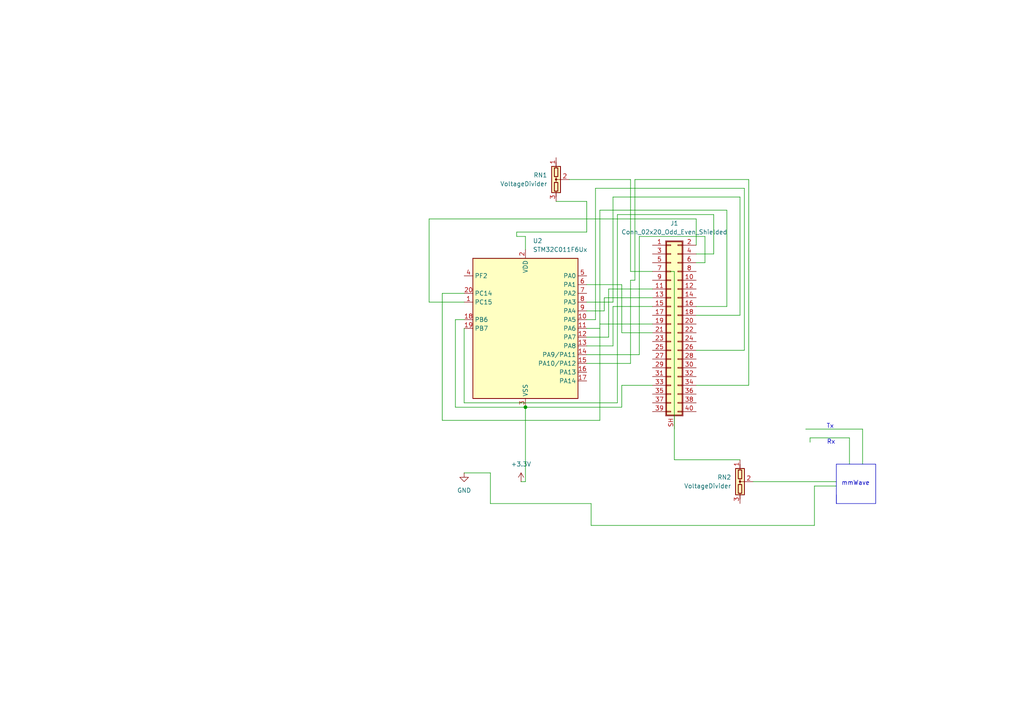
<source format=kicad_sch>
(kicad_sch (version 20250114) (generator "eeschema") (generator_version "9.0")
  (paper "A4")
  (lib_symbols
    (symbol "Connector_Generic_Shielded:Conn_02x20_Odd_Even_Shielded" (pin_names (offset 1.016) (hide yes))
      (property "Reference" "J" (at 1.524 25.146 0))
      (property "Value" "Conn_02x20_Odd_Even_Shielded" (at 2.286 -27.686 0))
      (symbol "Conn_02x20_Odd_Even_Shielded_1_1"
        (rectangle (start -1.27 24.13) (end 3.81 -26.67) (stroke (width 0.1524)))
        (rectangle (start -1.016 23.876) (end 3.556 -26.416) (stroke (width 0.254)) (fill (type background)))
        (rectangle (start -1.016 22.987) (end 0.254 22.733) (stroke (width 0.1524)))
        (rectangle (start -1.016 20.447) (end 0.254 20.193) (stroke (width 0.1524)))
        (rectangle (start -1.016 17.907) (end 0.254 17.653) (stroke (width 0.1524)))
        (rectangle (start -1.016 15.367) (end 0.254 15.113) (stroke (width 0.1524)))
        (rectangle (start -1.016 12.827) (end 0.254 12.573) (stroke (width 0.1524)))
        (rectangle (start -1.016 10.287) (end 0.254 10.033) (stroke (width 0.1524)))
        (rectangle (start -1.016 7.747) (end 0.254 7.493) (stroke (width 0.1524)))
        (rectangle (start -1.016 5.207) (end 0.254 4.953) (stroke (width 0.1524)))
        (rectangle (start -1.016 2.667) (end 0.254 2.413) (stroke (width 0.1524)))
        (rectangle (start -1.016 0.127) (end 0.254 -0.127) (stroke (width 0.1524)))
        (rectangle (start -1.016 -2.413) (end 0.254 -2.667) (stroke (width 0.1524)))
        (rectangle (start -1.016 -4.953) (end 0.254 -5.207) (stroke (width 0.1524)))
        (rectangle (start -1.016 -7.493) (end 0.254 -7.747) (stroke (width 0.1524)))
        (rectangle (start -1.016 -10.033) (end 0.254 -10.287) (stroke (width 0.1524)))
        (rectangle (start -1.016 -12.573) (end 0.254 -12.827) (stroke (width 0.1524)))
        (rectangle (start -1.016 -15.113) (end 0.254 -15.367) (stroke (width 0.1524)))
        (rectangle (start -1.016 -17.653) (end 0.254 -17.907) (stroke (width 0.1524)))
        (rectangle (start -1.016 -20.193) (end 0.254 -20.447) (stroke (width 0.1524)))
        (rectangle (start -1.016 -22.733) (end 0.254 -22.987) (stroke (width 0.1524)))
        (rectangle (start -1.016 -25.273) (end 0.254 -25.527) (stroke (width 0.1524)))
        (rectangle (start 3.556 22.987) (end 2.286 22.733) (stroke (width 0.1524)))
        (rectangle (start 3.556 20.447) (end 2.286 20.193) (stroke (width 0.1524)))
        (rectangle (start 3.556 17.907) (end 2.286 17.653) (stroke (width 0.1524)))
        (rectangle (start 3.556 15.367) (end 2.286 15.113) (stroke (width 0.1524)))
        (rectangle (start 3.556 12.827) (end 2.286 12.573) (stroke (width 0.1524)))
        (rectangle (start 3.556 10.287) (end 2.286 10.033) (stroke (width 0.1524)))
        (rectangle (start 3.556 7.747) (end 2.286 7.493) (stroke (width 0.1524)))
        (rectangle (start 3.556 5.207) (end 2.286 4.953) (stroke (width 0.1524)))
        (rectangle (start 3.556 2.667) (end 2.286 2.413) (stroke (width 0.1524)))
        (rectangle (start 3.556 0.127) (end 2.286 -0.127) (stroke (width 0.1524)))
        (rectangle (start 3.556 -2.413) (end 2.286 -2.667) (stroke (width 0.1524)))
        (rectangle (start 3.556 -4.953) (end 2.286 -5.207) (stroke (width 0.1524)))
        (rectangle (start 3.556 -7.493) (end 2.286 -7.747) (stroke (width 0.1524)))
        (rectangle (start 3.556 -10.033) (end 2.286 -10.287) (stroke (width 0.1524)))
        (rectangle (start 3.556 -12.573) (end 2.286 -12.827) (stroke (width 0.1524)))
        (rectangle (start 3.556 -15.113) (end 2.286 -15.367) (stroke (width 0.1524)))
        (rectangle (start 3.556 -17.653) (end 2.286 -17.907) (stroke (width 0.1524)))
        (rectangle (start 3.556 -20.193) (end 2.286 -20.447) (stroke (width 0.1524)))
        (rectangle (start 3.556 -22.733) (end 2.286 -22.987) (stroke (width 0.1524)))
        (rectangle (start 3.556 -25.273) (end 2.286 -25.527) (stroke (width 0.1524)))
        (pin passive line (at -5.08 22.86 0) (length 4.064) (name "Pin_1") (number "1"))
        (pin passive line (at -5.08 20.32 0) (length 4.064) (name "Pin_3") (number "3"))
        (pin passive line (at -5.08 17.78 0) (length 4.064) (name "Pin_5") (number "5"))
        (pin passive line (at -5.08 15.24 0) (length 4.064) (name "Pin_7") (number "7"))
        (pin passive line (at -5.08 12.7 0) (length 4.064) (name "Pin_9") (number "9"))
        (pin passive line (at -5.08 10.16 0) (length 4.064) (name "Pin_11") (number "11"))
        (pin passive line (at -5.08 7.62 0) (length 4.064) (name "Pin_13") (number "13"))
        (pin passive line (at -5.08 5.08 0) (length 4.064) (name "Pin_15") (number "15"))
        (pin passive line (at -5.08 2.54 0) (length 4.064) (name "Pin_17") (number "17"))
        (pin passive line (at -5.08 0 0) (length 4.064) (name "Pin_19") (number "19"))
        (pin passive line (at -5.08 -2.54 0) (length 4.064) (name "Pin_21") (number "21"))
        (pin passive line (at -5.08 -5.08 0) (length 4.064) (name "Pin_23") (number "23"))
        (pin passive line (at -5.08 -7.62 0) (length 4.064) (name "Pin_25") (number "25"))
        (pin passive line (at -5.08 -10.16 0) (length 4.064) (name "Pin_27") (number "27"))
        (pin passive line (at -5.08 -12.7 0) (length 4.064) (name "Pin_29") (number "29"))
        (pin passive line (at -5.08 -15.24 0) (length 4.064) (name "Pin_31") (number "31"))
        (pin passive line (at -5.08 -17.78 0) (length 4.064) (name "Pin_33") (number "33"))
        (pin passive line (at -5.08 -20.32 0) (length 4.064) (name "Pin_35") (number "35"))
        (pin passive line (at -5.08 -22.86 0) (length 4.064) (name "Pin_37") (number "37"))
        (pin passive line (at -5.08 -25.4 0) (length 4.064) (name "Pin_39") (number "39"))
        (pin passive line (at 1.27 -30.48 90) (length 3.81) (name "Shield") (number "SH"))
        (pin passive line (at 7.62 22.86 180) (length 4.064) (name "Pin_2") (number "2"))
        (pin passive line (at 7.62 20.32 180) (length 4.064) (name "Pin_4") (number "4"))
        (pin passive line (at 7.62 17.78 180) (length 4.064) (name "Pin_6") (number "6"))
        (pin passive line (at 7.62 15.24 180) (length 4.064) (name "Pin_8") (number "8"))
        (pin passive line (at 7.62 12.7 180) (length 4.064) (name "Pin_10") (number "10"))
        (pin passive line (at 7.62 10.16 180) (length 4.064) (name "Pin_12") (number "12"))
        (pin passive line (at 7.62 7.62 180) (length 4.064) (name "Pin_14") (number "14"))
        (pin passive line (at 7.62 5.08 180) (length 4.064) (name "Pin_16") (number "16"))
        (pin passive line (at 7.62 2.54 180) (length 4.064) (name "Pin_18") (number "18"))
        (pin passive line (at 7.62 0 180) (length 4.064) (name "Pin_20") (number "20"))
        (pin passive line (at 7.62 -2.54 180) (length 4.064) (name "Pin_22") (number "22"))
        (pin passive line (at 7.62 -5.08 180) (length 4.064) (name "Pin_24") (number "24"))
        (pin passive line (at 7.62 -7.62 180) (length 4.064) (name "Pin_26") (number "26"))
        (pin passive line (at 7.62 -10.16 180) (length 4.064) (name "Pin_28") (number "28"))
        (pin passive line (at 7.62 -12.7 180) (length 4.064) (name "Pin_30") (number "30"))
        (pin passive line (at 7.62 -15.24 180) (length 4.064) (name "Pin_32") (number "32"))
        (pin passive line (at 7.62 -17.78 180) (length 4.064) (name "Pin_34") (number "34"))
        (pin passive line (at 7.62 -20.32 180) (length 4.064) (name "Pin_36") (number "36"))
        (pin passive line (at 7.62 -22.86 180) (length 4.064) (name "Pin_38") (number "38"))
        (pin passive line (at 7.62 -25.4 180) (length 4.064) (name "Pin_40") (number "40"))
      )
    )
    (symbol "Device:VoltageDivider" (pin_names (offset 0) (hide yes))
      (property "Reference" "RN" (at -4.445 0 90))
      (property "Value" "VoltageDivider" (at -2.54 0 90))
      (symbol "VoltageDivider_0_1"
        (rectangle (start -1.27 -3.81) (end 1.27 3.81) (stroke (width 0.254)) (fill (type background)))
        (rectangle (start -0.508 3.3782) (end 0.508 0.8382) (stroke (width 0.254)))
        (rectangle (start -0.508 -3.3782) (end 0.508 -0.8382) (stroke (width 0.254)))
        (polyline (pts (xy 0 5.08) (xy 0 3.3782)))
        (polyline (pts (xy 0 0.889) (xy 0 -0.889)))
        (circle (center 0 0.0254) (radius 0.254) (fill (type outline)))
        (polyline (pts (xy 0 -5.08) (xy 0 -3.429)))
        (polyline (pts (xy 1.27 0) (xy 0 0)))
      )
      (symbol "VoltageDivider_1_1"
        (pin passive line (at 0 6.35 270) (length 2.54) (name "~") (number "1"))
        (pin passive line (at 0 -6.35 90) (length 2.54) (name "~") (number "3"))
        (pin passive line (at 3.81 0 180) (length 2.54) (name "~") (number "2"))
      )
    )
    (symbol "MCU_ST_STM32C0:STM32C011F6Ux"
      (property "Reference" "U" (at -15.24 21.59 0))
      (property "Value" "STM32C011F6Ux" (at 2.54 21.59 0))
      (symbol "STM32C011F6Ux_0_1"
        (rectangle (start -15.24 -20.32) (end 15.24 20.32) (stroke (width 0.254)) (fill (type background)))
      )
      (symbol "STM32C011F6Ux_1_1"
        (pin bidirectional line (at -17.78 15.24 0) (length 2.54) (name "PF2") (number "4"))
        (pin bidirectional line (at -17.78 10.16 0) (length 2.54) (name "PC14") (number "20"))
        (pin bidirectional line (at -17.78 7.62 0) (length 2.54) (name "PC15") (number "1"))
        (pin bidirectional line (at -17.78 2.54 0) (length 2.54) (name "PB6") (number "18"))
        (pin bidirectional line (at -17.78 0 0) (length 2.54) (name "PB7") (number "19"))
        (pin power_in line (at 0 22.86 270) (length 2.54) (name "VDD") (number "2"))
        (pin power_in line (at 0 -22.86 90) (length 2.54) (name "VSS") (number "3"))
        (pin bidirectional line (at 17.78 15.24 180) (length 2.54) (name "PA0") (number "5"))
        (pin bidirectional line (at 17.78 12.7 180) (length 2.54) (name "PA1") (number "6"))
        (pin bidirectional line (at 17.78 10.16 180) (length 2.54) (name "PA2") (number "7"))
        (pin bidirectional line (at 17.78 7.62 180) (length 2.54) (name "PA3") (number "8"))
        (pin bidirectional line (at 17.78 5.08 180) (length 2.54) (name "PA4") (number "9"))
        (pin bidirectional line (at 17.78 2.54 180) (length 2.54) (name "PA5") (number "10"))
        (pin bidirectional line (at 17.78 0 180) (length 2.54) (name "PA6") (number "11"))
        (pin bidirectional line (at 17.78 -2.54 180) (length 2.54) (name "PA7") (number "12"))
        (pin bidirectional line (at 17.78 -5.08 180) (length 2.54) (name "PA8") (number "13"))
        (pin bidirectional line (at 17.78 -7.62 180) (length 2.54) (name "PA9/PA11") (number "14"))
        (pin bidirectional line (at 17.78 -10.16 180) (length 2.54) (name "PA10/PA12") (number "15"))
        (pin bidirectional line (at 17.78 -12.7 180) (length 2.54) (name "PA13") (number "16"))
        (pin bidirectional line (at 17.78 -15.24 180) (length 2.54) (name "PA14") (number "17"))
      )
    )
    (symbol "power:+3.3V" (power) (pin_numbers (hide yes)) (pin_names (offset 0) (hide yes))
      (property "Value" "+3.3V" (at 0 3.556 0))
      (symbol "+3.3V_0_1"
        (polyline (pts (xy -0.762 1.27) (xy 0 2.54)))
        (polyline (pts (xy 0 2.54) (xy 0.762 1.27)))
        (polyline (pts (xy 0 0) (xy 0 2.54)))
      )
      (symbol "+3.3V_1_1"
        (pin power_in line (at 0 0 90) (length 0) (name "~") (number "1"))
      )
    )
    (symbol "power:GND" (power) (pin_numbers (hide yes)) (pin_names (offset 0) (hide yes))
      (property "Value" "GND" (at 0 -3.81 0))
      (symbol "GND_0_1"
        (polyline (pts (xy 0 0) (xy 0 -1.27) (xy 1.27 -1.27) (xy 0 -2.54) (xy -1.27 -1.27) (xy 0 -1.27)))
      )
      (symbol "GND_1_1"
        (pin power_in line (at 0 0 270) (length 0) (name "~") (number "1"))
      )
    )
  )
  (rectangle (start 242.57 134.62) (end 254 146.05))
  (rectangle (start 242.57 143.51) (end 242.57 146.05))
  (text "Tx" (at 240.792 123.698 0) (effects (font (size 1.27 1.27))))
  (text "mmWave" (at 248.158 140.208 0) (effects (font (size 1.27 1.27))))
  (text "Rx\n" (at 241.046 128.27 0) (effects (font (size 1.27 1.27))))
  (junction (at 152.4 118.11))
  (wire (pts (xy 189.23 111.76) (xy 180.34 111.76)))
  (wire (pts (xy 170.18 92.71) (xy 172.72 92.71)))
  (wire (pts (xy 165.1 52.07) (xy 182.88 52.07)))
  (wire (pts (xy 177.8 88.9) (xy 189.23 88.9)))
  (wire (pts (xy 179.07 116.84) (xy 179.07 62.23)))
  (wire (pts (xy 177.8 57.15) (xy 177.8 87.63)))
  (wire (pts (xy 170.18 102.87) (xy 185.42 102.87)))
  (wire (pts (xy 152.4 118.11) (xy 132.08 118.11)))
  (wire (pts (xy 215.9 54.61) (xy 215.9 101.6)))
  (wire (pts (xy 176.53 97.79) (xy 176.53 83.82)))
  (wire (pts (xy 184.15 81.28) (xy 184.15 52.07)))
  (wire (pts (xy 149.86 67.31) (xy 170.18 67.31)))
  (wire (pts (xy 176.53 83.82) (xy 189.23 83.82)))
  (wire (pts (xy 128.27 121.92) (xy 173.99 121.92)))
  (wire (pts (xy 149.86 68.58) (xy 149.86 67.31)))
  (wire (pts (xy 149.86 68.58) (xy 152.4 68.58)))
  (wire (pts (xy 210.82 60.96) (xy 210.82 88.9)))
  (wire (pts (xy 236.22 152.4) (xy 236.22 140.97)))
  (wire (pts (xy 179.07 62.23) (xy 207.01 62.23)))
  (wire (pts (xy 182.88 78.74) (xy 189.23 78.74)))
  (wire (pts (xy 180.34 96.52) (xy 180.34 82.55)))
  (wire (pts (xy 182.88 81.28) (xy 184.15 81.28)))
  (wire (pts (xy 250.19 134.62) (xy 250.19 124.46)))
  (wire (pts (xy 175.26 86.36) (xy 175.26 90.17)))
  (wire (pts (xy 215.9 101.6) (xy 201.93 101.6)))
  (wire (pts (xy 189.23 96.52) (xy 180.34 96.52)))
  (wire (pts (xy 201.93 63.5) (xy 124.46 63.5)))
  (wire (pts (xy 201.93 91.44) (xy 214.63 91.44)))
  (wire (pts (xy 201.93 88.9) (xy 210.82 88.9)))
  (wire (pts (xy 194.31 78.74) (xy 195.58 78.74)))
  (wire (pts (xy 180.34 111.76) (xy 180.34 118.11)))
  (wire (pts (xy 204.47 68.58) (xy 204.47 76.2)))
  (wire (pts (xy 234.95 127) (xy 234.95 128.27)))
  (wire (pts (xy 201.93 76.2) (xy 204.47 76.2)))
  (wire (pts (xy 152.4 139.7) (xy 151.13 139.7)))
  (wire (pts (xy 173.99 60.96) (xy 210.82 60.96)))
  (wire (pts (xy 170.18 58.42) (xy 170.18 67.31)))
  (wire (pts (xy 195.58 133.35) (xy 214.63 133.35)))
  (wire (pts (xy 142.24 137.16) (xy 142.24 146.05)))
  (wire (pts (xy 161.29 58.42) (xy 170.18 58.42)))
  (wire (pts (xy 201.93 111.76) (xy 217.17 111.76)))
  (wire (pts (xy 182.88 105.41) (xy 182.88 81.28)))
  (wire (pts (xy 170.18 87.63) (xy 177.8 87.63)))
  (wire (pts (xy 201.93 73.66) (xy 207.01 73.66)))
  (wire (pts (xy 142.24 146.05) (xy 171.45 146.05)))
  (wire (pts (xy 175.26 86.36) (xy 189.23 86.36)))
  (wire (pts (xy 218.44 139.7) (xy 242.57 139.7)))
  (wire (pts (xy 132.08 118.11) (xy 132.08 92.71)))
  (wire (pts (xy 233.68 124.46) (xy 250.19 124.46)))
  (wire (pts (xy 236.22 140.97) (xy 242.57 140.97)))
  (wire (pts (xy 134.62 85.09) (xy 128.27 85.09)))
  (wire (pts (xy 201.93 71.12) (xy 201.93 63.5)))
  (wire (pts (xy 134.62 137.16) (xy 142.24 137.16)))
  (wire (pts (xy 170.18 82.55) (xy 180.34 82.55)))
  (wire (pts (xy 182.88 52.07) (xy 182.88 78.74)))
  (wire (pts (xy 246.38 134.62) (xy 246.38 127)))
  (wire (pts (xy 170.18 97.79) (xy 176.53 97.79)))
  (wire (pts (xy 124.46 87.63) (xy 134.62 87.63)))
  (wire (pts (xy 134.62 95.25) (xy 134.62 116.84)))
  (wire (pts (xy 152.4 118.11) (xy 152.4 139.7)))
  (wire (pts (xy 177.8 100.33) (xy 177.8 88.9)))
  (wire (pts (xy 172.72 54.61) (xy 215.9 54.61)))
  (wire (pts (xy 214.63 91.44) (xy 214.63 57.15)))
  (wire (pts (xy 128.27 85.09) (xy 128.27 121.92)))
  (wire (pts (xy 185.42 68.58) (xy 204.47 68.58)))
  (wire (pts (xy 207.01 62.23) (xy 207.01 73.66)))
  (wire (pts (xy 152.4 68.58) (xy 152.4 72.39)))
  (wire (pts (xy 184.15 52.07) (xy 217.17 52.07)))
  (wire (pts (xy 214.63 57.15) (xy 177.8 57.15)))
  (wire (pts (xy 132.08 92.71) (xy 134.62 92.71)))
  (wire (pts (xy 124.46 63.5) (xy 124.46 87.63)))
  (wire (pts (xy 170.18 90.17) (xy 175.26 90.17)))
  (wire (pts (xy 172.72 92.71) (xy 172.72 54.61)))
  (wire (pts (xy 234.95 127) (xy 246.38 127)))
  (wire (pts (xy 171.45 152.4) (xy 236.22 152.4)))
  (wire (pts (xy 173.99 93.98) (xy 189.23 93.98)))
  (wire (pts (xy 170.18 105.41) (xy 182.88 105.41)))
  (wire (pts (xy 185.42 102.87) (xy 185.42 68.58)))
  (wire (pts (xy 173.99 95.25) (xy 170.18 95.25)))
  (wire (pts (xy 173.99 60.96) (xy 173.99 121.92)))
  (wire (pts (xy 134.62 116.84) (xy 179.07 116.84)))
  (wire (pts (xy 171.45 146.05) (xy 171.45 152.4)))
  (wire (pts (xy 195.58 78.74) (xy 195.58 133.35)))
  (wire (pts (xy 180.34 118.11) (xy 152.4 118.11)))
  (wire (pts (xy 170.18 100.33) (xy 177.8 100.33)))
  (wire (pts (xy 217.17 52.07) (xy 217.17 111.76)))
  (symbol (lib_id "power:GND") (at 134.62 137.16 0) (unit 1)
    (property "Reference" "#PWR02" (effects (hide yes)))
    (property "Value" "GND" (at 134.62 142.24 0))
    (property "Description" "Power symbol creates a global label with name \"GND\" , ground" (effects (hide yes)))
  )
  (symbol (lib_id "Connector_Generic_Shielded:Conn_02x20_Odd_Even_Shielded") (at 194.31 93.98 0) (unit 1)
    (property "Reference" "J1" (at 195.58 64.77 0))
    (property "Value" "Conn_02x20_Odd_Even_Shielded" (at 195.58 67.31 0))
    (property "Description" "Generic shielded connector, double row, 02x20, odd/even pin numbering scheme (row 1 odd numbers, row 2 even numbers), script generated (kicad-library-utils/schlib/autogen/connector/)" (effects (hide yes)))
  )
  (symbol (lib_id "power:+3.3V") (at 151.13 139.7 0) (unit 1)
    (property "Reference" "#PWR01" (effects (hide yes)))
    (property "Value" "+3.3V" (at 151.13 134.62 0))
    (property "Description" "Power symbol creates a global label with name \"+3.3V\"" (effects (hide yes)))
  )
  (symbol (lib_id "Device:VoltageDivider") (at 161.29 52.07 0) (unit 1)
    (property "Reference" "RN1" (at 158.75 50.7999 0) (effects (justify right)))
    (property "Value" "VoltageDivider" (at 158.75 53.3399 0) (effects (justify right)))
    (property "Description" "Voltage divider" (effects (hide yes)))
  )
  (symbol (lib_id "MCU_ST_STM32C0:STM32C011F6Ux") (at 152.4 95.25 0) (unit 1)
    (property "Reference" "U2" (at 154.5433 69.85 0) (effects (justify left)))
    (property "Value" "STM32C011F6Ux" (at 154.5433 72.39 0) (effects (justify left)))
    (property "Footprint" "Package_DFN_QFN:ST_UFQFPN-20_3x3mm_P0.5mm" (effects (hide yes)))
    (property "Datasheet" "https://www.st.com/resource/en/datasheet/stm32c011f6.pdf" (effects (hide yes)))
    (property "Description" "STMicroelectronics Arm Cortex-M0+ MCU, 32KB flash, 6KB RAM, 48 MHz, 2.0-3.6V, 18 GPIO, UFQFPN20" (effects (hide yes)))
  )
  (symbol (lib_id "Device:VoltageDivider") (at 214.63 139.7 0) (unit 1)
    (property "Reference" "RN2" (at 212.09 138.4299 0) (effects (justify right)))
    (property "Value" "VoltageDivider" (at 212.09 140.9699 0) (effects (justify right)))
    (property "Description" "Voltage divider" (effects (hide yes)))
  )
)
</source>
